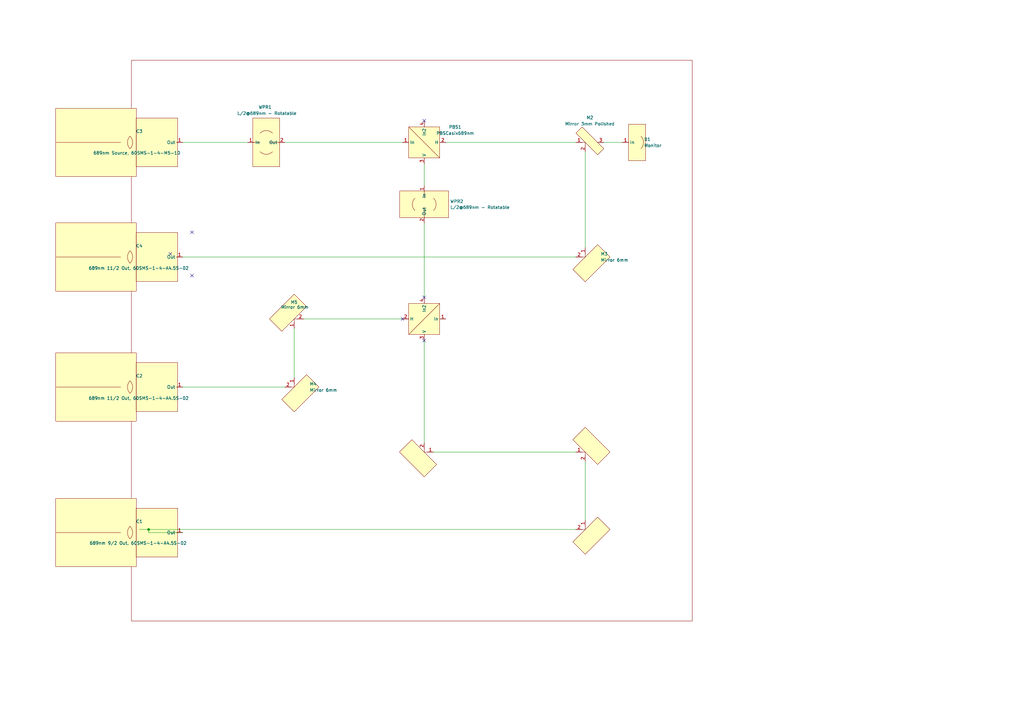
<source format=kicad_sch>
(kicad_sch (version 20231120) (generator "eeschema") (generator_version "8.0")
  (paper "A3")
  (lib_symbols
    (symbol "Optics:Baseplate230x230"
      (property "Reference" "BP" (at 0 0 0))
      (property "Value" "230mm" (at 0.254 -2.286 0))
      (symbol "Baseplate230x230_1_1"
        (rectangle (start -115 115) (end 115 -115))
      )
    )
    (symbol "Optics:Collimator_S&K_M5"
      (property "Reference" "C" (at 5.08 12.7 0))
      (symbol "Collimator_S&K_M5_1_1"
        (rectangle (start -33 14) (end 0 -14) (fill (type background)))
        (arc (start -2.54 -2.54) (mid -1.4879 0) (end -2.54 2.54))
        (arc (start -2.54 2.54) (mid -3.5921 0) (end -2.54 -2.54))
        (polyline (pts (xy -33.02 0) (xy -6.35 0)))
        (rectangle (start 0 10) (end 17 -10) (fill (type background)))
        (pin passive line (at 19.05 0 180) (length 2.54) (name "Out") (number "1"))
      )
    )
    (symbol "Optics:Lambda/2 -689Rot"
      (property "Reference" "WPR" (at -0.508 13.97 0))
      (property "Value" "L/2@689nm - Rotatable" (at -0.508 11.43 0))
      (symbol "Lambda/2 -689Rot_0_1"
        (arc (start -2.54 -3.81) (mid 0 -4.8621) (end 2.54 -3.81))
        (polyline (pts (xy 1.27 0) (xy 5.08 0)))
        (arc (start 2.54 3.81) (mid 0 4.8621) (end -2.54 3.81))
      )
      (symbol "Lambda/2 -689Rot_1_1"
        (rectangle (start -5.5 10) (end 5.5 -10) (fill (type background)))
        (polyline (pts (xy -5.08 0) (xy -2.54 0)))
        (pin passive line (at -7.62 0 0) (length 2.54) (name "In") (number "1"))
        (pin passive line (at 7.62 0 180) (length 2.54) (name "Out") (number "2"))
      )
    )
    (symbol "Optics:Mirror3mmE02Right"
      (property "Reference" "M" (at 1.016 6.858 0))
      (property "Value" "Mirror 3mm Polished" (at 10.414 4.318 0))
      (symbol "Mirror3mmE02Right_0_1"
        (polyline (pts (xy -1.27 0) (xy 0 0) (xy 0 -1.27)))
      )
      (symbol "Mirror3mmE02Right_1_1"
        (polyline (pts (xy 0 0) (xy -3.81 3.81) (xy -1.27 6.35) (xy 7.62 -2.54) (xy 5.08 -5.08) (xy 0 0)) (fill (type background)))
        (pin passive line (at -3.81 0 0) (length 2.54) (name "In") (number "1"))
        (pin passive line (at 0 -3.81 90) (length 2.54) (name "Out") (number "2"))
        (pin passive line (at 7.62 0 180) (length 2.54) (name "Leak") (number "3"))
      )
    )
    (symbol "Optics:Mirror6mmE02"
      (property "Reference" "M" (at 3.556 3.556 0))
      (property "Value" "Mirror 6mm" (at 8.382 1.524 0))
      (symbol "Mirror6mmE02_1_1"
        (polyline (pts (xy -1.27 0) (xy 0 0) (xy 0 -1.27)))
        (polyline (pts (xy 0 0) (xy -5.08 5.08) (xy 0 10.16) (xy 10.16 0) (xy 5.08 -5.08) (xy 0 0)) (fill (type background)))
        (pin passive line (at -3.81 0 0) (length 2.54) (name "In") (number "1"))
        (pin passive line (at 0 -3.81 90) (length 2.54) (name "Out") (number "2"))
      )
    )
    (symbol "Optics:Monitor"
      (property "Reference" "D" (at 3.81 8.89 0))
      (property "Value" "Monitor" (at 3.81 -8.89 0))
      (symbol "Monitor_1_1"
        (rectangle (start 0 7.5) (end 7 -7.5) (fill (type background)))
        (arc (start 5.08 -2.54) (mid 6.1321 0) (end 5.08 2.54) (fill (type background)))
        (pin passive line (at -2.54 0 0) (length 2.54) (name "In") (number "1"))
      )
    )
    (symbol "Optics:NPBS_70-30-Flipped"
      (property "Reference" "NPBS-F" (at 3.556 7.366 0))
      (property "Value" "NPBS-70:30-Flipped" (at 9.398 5.334 0))
      (symbol "NPBS_70-30-Flipped_0_1"
        (polyline (pts (xy -6.35 6.35) (xy 6.35 -6.35)))
      )
      (symbol "NPBS_70-30-Flipped_1_1"
        (rectangle (start -6.35 6.35) (end 6.35 -6.35) (fill (type background)))
        (pin passive line (at 0 -8.89 90) (length 2.54) (name "In") (number "1"))
        (pin passive line (at 0 8.89 270) (length 2.54) (name "H") (number "2"))
        (pin passive line (at -8.89 0 0) (length 2.54) (name "V") (number "3"))
        (pin passive line (at 8.89 0 180) (length 2.54) (name "In2") (number "4"))
      )
    )
    (symbol "Optics:PBS_689Casix"
      (property "Reference" "PBS" (at 3.556 7.366 0))
      (property "Value" "PBSCasix689nm" (at 9.398 5.334 0))
      (symbol "PBS_689Casix_0_1"
        (polyline (pts (xy -6.35 6.35) (xy 6.35 -6.35)))
      )
      (symbol "PBS_689Casix_1_1"
        (rectangle (start -6.35 6.35) (end 6.35 -6.35) (fill (type background)))
        (pin passive line (at -8.89 0 0) (length 2.54) (name "In") (number "1"))
        (pin passive line (at 8.89 0 180) (length 2.54) (name "H") (number "2"))
        (pin passive line (at 0 -8.89 90) (length 2.54) (name "V") (number "3"))
        (pin passive line (at 0 8.89 270) (length 2.54) (name "In2") (number "4"))
      )
    )
  )
  (junction (at 60.96 217.17))
  (no_connect (at 78.74 113.03))
  (no_connect (at 173.99 49.53))
  (no_connect (at 173.99 121.92))
  (no_connect (at 165.1 130.81))
  (no_connect (at 69.85 104.14))
  (no_connect (at 173.99 139.7))
  (no_connect (at 78.74 95.25))
  (wire (pts (xy 120.65 134.62) (xy 120.65 154.94)))
  (wire (pts (xy 247.65 58.42) (xy 255.27 58.42)))
  (wire (pts (xy 124.46 130.81) (xy 165.1 130.81)))
  (wire (pts (xy 74.93 105.41) (xy 236.22 105.41)))
  (wire (pts (xy 60.96 217.17) (xy 236.22 217.17)))
  (wire (pts (xy 240.03 189.23) (xy 240.03 213.36)))
  (wire (pts (xy 74.93 58.42) (xy 101.6 58.42)))
  (wire (pts (xy 173.99 91.44) (xy 173.99 121.92)))
  (wire (pts (xy 74.93 158.75) (xy 116.84 158.75)))
  (wire (pts (xy 240.03 62.23) (xy 240.03 101.6)))
  (wire (pts (xy 173.99 67.31) (xy 173.99 76.2)))
  (wire (pts (xy 177.8 185.42) (xy 236.22 185.42)))
  (wire (pts (xy 57.15 217.17) (xy 60.96 217.17)))
  (wire (pts (xy 173.99 139.7) (xy 173.99 181.61)))
  (wire (pts (xy 116.84 58.42) (xy 165.1 58.42)))
  (wire (pts (xy 60.96 218.44) (xy 74.93 218.44)))
  (wire (pts (xy 182.88 58.42) (xy 236.22 58.42)))
  (wire (pts (xy 60.96 217.17) (xy 60.96 218.44)))
  (symbol (lib_id "Optics:Lambda/2 -689Rot") (at 109.22 58.42 0) (unit 1)
    (property "Reference" "WPR1" (at 108.712 43.942 0))
    (property "Value" "L/2@689nm - Rotatable" (at 109.474 46.482 0))
    (property "Footprint" "Optics:WaveplateRotateable" (effects (hide yes)))
  )
  (symbol (lib_id "Optics:PBS_689Casix") (at 173.99 58.42 0) (unit 1)
    (property "Reference" "PBS1" (at 186.69 52.1014 0))
    (property "Value" "PBSCasix689nm" (at 186.69 54.6414 0))
    (property "Footprint" "Optics:PBS" (effects (hide yes)))
  )
  (symbol (lib_id "Optics:Mirror6mmE02") (at 120.65 158.75 270) (unit 1)
    (property "Reference" "M4" (at 127 157.4799 90) (effects (justify left)))
    (property "Value" "Mirror 6mm" (at 127 160.0199 90) (effects (justify left)))
    (property "Footprint" "Optics:Mirror6mm" (effects (hide yes)))
  )
  (symbol (lib_id "Optics:Monitor") (at 257.81 58.42 0) (unit 1)
    (property "Reference" "D1" (at 264.16 57.1499 0) (effects (justify left)))
    (property "Value" "Monitor" (at 264.16 59.6899 0) (effects (justify left)))
    (property "Footprint" "Optics:Detector" (effects (hide yes)))
  )
  (symbol (lib_id "Optics:Collimator_S&K_M5") (at 55.88 218.44 0) (unit 1)
    (property "Reference" "C1" (at 57.15 213.868 0))
    (property "Value" "689nm 9/2 Out, 60SMS-1-4-A4.5S-02" (at 56.642 222.758 0))
    (property "Footprint" "Optics:S&KCollimator_V1" (effects (hide yes)))
  )
  (symbol (lib_id "Optics:Mirror6mmE02") (at 240.03 185.42 0) (unit 1)
    (property "Reference" "M6" (effects (hide yes)))
    (property "Value" "Mirror 6mm" (effects (hide yes)))
    (property "Footprint" "Optics:Mirror6mm" (effects (hide yes)))
  )
  (symbol (lib_id "Optics:Mirror6mmE02") (at 240.03 217.17 270) (unit 1)
    (property "Reference" "M7" (effects (hide yes)))
    (property "Value" "Mirror 6mm" (effects (hide yes)))
    (property "Footprint" "Optics:Mirror6mm" (effects (hide yes)))
  )
  (symbol (lib_id "Optics:Collimator_S&K_M5") (at 55.88 58.42 0) (unit 1)
    (property "Reference" "C3" (at 57.15 53.848 0))
    (property "Value" "689nm Source, 60SMS-1-4-M5-10" (at 56.134 62.738 0))
    (property "Footprint" "Optics:S&KCollimator_V1" (effects (hide yes)))
  )
  (symbol (lib_id "Optics:Collimator_S&K_M5") (at 55.88 105.41 0) (unit 1)
    (property "Reference" "C4" (at 57.15 100.838 0))
    (property "Value" "689nm 11/2 Out, 60SMS-1-4-A4.5S-02" (at 56.896 109.982 0))
    (property "Footprint" "Optics:S&KCollimator_V1" (effects (hide yes)))
  )
  (symbol (lib_id "Optics:NPBS_70-30-Flipped") (at 173.99 130.81 90) (unit 1)
    (property "Reference" "NPBSF3" (effects (hide yes)))
    (property "Value" "NPBS-70:30-Flipped" (effects (hide yes)))
    (property "Footprint" "Optics:PBS_Flipped" (effects (hide yes)))
  )
  (symbol (lib_id "Optics:Mirror6mmE02") (at 173.99 185.42 180) (unit 1)
    (property "Reference" "M1" (effects (hide yes)))
    (property "Value" "Mirror 6mm" (effects (hide yes)))
    (property "Footprint" "Optics:Mirror6mm" (effects (hide yes)))
  )
  (symbol (lib_id "Optics:Collimator_S&K_M5") (at 55.88 158.75 0) (unit 1)
    (property "Reference" "C2" (at 57.15 154.178 0))
    (property "Value" "689nm 11/2 Out, 60SMS-1-4-A4.5S-02" (at 56.896 163.322 0))
    (property "Footprint" "Optics:S&KCollimator_V1" (effects (hide yes)))
  )
  (symbol (lib_id "Optics:Mirror6mmE02") (at 120.65 130.81 90) (unit 1)
    (property "Reference" "M5" (at 120.65 123.952 90))
    (property "Value" "Mirror 6mm" (at 120.904 125.984 90))
    (property "Footprint" "Optics:Mirror6mm" (effects (hide yes)))
  )
  (symbol (lib_id "Optics:Lambda/2 -689Rot") (at 173.99 83.82 270) (unit 1)
    (property "Reference" "WPR2" (at 184.625 82.6078 90) (effects (justify left)))
    (property "Value" "L/2@689nm - Rotatable" (at 184.625 85.0321 90) (effects (justify left)))
    (property "Footprint" "Optics:WaveplateRotateable" (effects (hide yes)))
  )
  (symbol (lib_id "Optics:Mirror6mmE02") (at 240.03 105.41 270) (unit 1)
    (property "Reference" "M3" (at 246.38 104.1399 90) (effects (justify left)))
    (property "Value" "Mirror 6mm" (at 246.38 106.6799 90) (effects (justify left)))
    (property "Footprint" "Optics:Mirror6mm" (effects (hide yes)))
  )
  (symbol (lib_id "Optics:Baseplate230x230") (at 168.91 139.7 0) (unit 1)
    (property "Reference" "BP1" (effects (hide yes)))
    (property "Value" "230mm" (effects (hide yes)))
    (property "Footprint" "Optics:Baseplate230mm" (effects (hide yes)))
  )
  (symbol (lib_id "Optics:Mirror3mmE02Right") (at 240.03 58.42 0) (unit 1)
    (property "Reference" "M2" (at 241.935 48.26 0))
    (property "Value" "Mirror 3mm Polished" (at 241.935 50.8 0))
    (property "Footprint" "Optics:Mirror3mmRight" (effects (hide yes)))
  )
)
</source>
